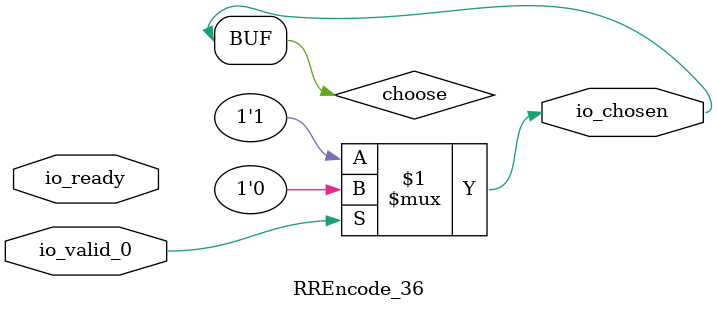
<source format=v>
module RREncode_36(
    input  io_valid_0,
    output io_chosen,
    input  io_ready);
  wire choose;
  assign io_chosen = choose;
  assign choose = io_valid_0 ? 1'h0 : 1'h1;
endmodule
</source>
